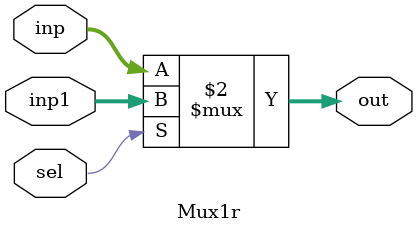
<source format=v>
`timescale 1ns / 1ps
module Mux1r(
    input [7:0]inp,
    input [7:0]inp1,
    input sel,
    output [7:0]out
    );
assign out=(sel==1)?inp1:inp;

endmodule

</source>
